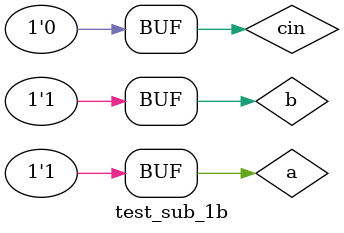
<source format=v>
`timescale 1ns / 1ps
module test_sub_1b;
reg a,b,cin;
wire s,cout;

Subtractor_1b uut(.a(a), .b(b), .bin(cin), .d(s), .bout(cout));
initial 
begin
a=1;
b=1;
cin=1;
end

initial 
begin
#100 b<=0;
#100 cin<=0;
#500 b<=1;
end

endmodule

</source>
